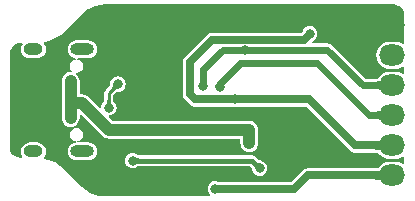
<source format=gbl>
G04*
G04 #@! TF.GenerationSoftware,Altium Limited,Altium Designer,22.1.2 (22)*
G04*
G04 Layer_Physical_Order=2*
G04 Layer_Color=16711680*
%FSLAX44Y44*%
%MOMM*%
G71*
G04*
G04 #@! TF.SameCoordinates,3CBB6683-9870-4264-921C-6CE77DAC6C85*
G04*
G04*
G04 #@! TF.FilePolarity,Positive*
G04*
G01*
G75*
%ADD32C,0.4000*%
%ADD33C,1.0000*%
%ADD34C,0.7000*%
%ADD35C,0.6000*%
%ADD36C,0.2540*%
%ADD37O,2.2000X1.8000*%
%ADD38O,1.6000X1.0000*%
%ADD39O,2.0000X1.0000*%
%ADD40C,0.8000*%
G36*
X87900Y132606D02*
X319233Y132606D01*
X332300D01*
X332369Y132620D01*
X334598Y132326D01*
X336740Y131439D01*
X338578Y130028D01*
X339989Y128189D01*
X340876Y126048D01*
X341170Y123819D01*
X341156Y123750D01*
Y99215D01*
X340017Y98653D01*
X339050Y99395D01*
X336252Y100554D01*
X333250Y100949D01*
X329250D01*
X326248Y100554D01*
X323450Y99395D01*
X321048Y97552D01*
X319205Y95150D01*
X318046Y92352D01*
X317651Y89350D01*
X318046Y86348D01*
X319205Y83550D01*
X321048Y81148D01*
X323450Y79305D01*
X326248Y78146D01*
X329250Y77751D01*
X333250D01*
X336252Y78146D01*
X339050Y79305D01*
X340017Y80047D01*
X341156Y79485D01*
Y73815D01*
X340017Y73253D01*
X339050Y73995D01*
X336252Y75154D01*
X333250Y75549D01*
X329250D01*
X326248Y75154D01*
X323450Y73995D01*
X321048Y72152D01*
X319205Y69750D01*
X319125Y69558D01*
X308373D01*
X280215Y97715D01*
X278396Y98931D01*
X276250Y99358D01*
X263419D01*
X262933Y100531D01*
X264009Y101607D01*
X264528Y101822D01*
X265886Y102864D01*
X266928Y104222D01*
X267583Y105803D01*
X267806Y107500D01*
X267583Y109197D01*
X266928Y110778D01*
X265886Y112136D01*
X264528Y113178D01*
X262947Y113833D01*
X261250Y114056D01*
X259553Y113833D01*
X257972Y113178D01*
X256614Y112136D01*
X255572Y110778D01*
X255357Y110259D01*
X253716Y108617D01*
X178750D01*
X176409Y108152D01*
X174424Y106826D01*
X155674Y88076D01*
X154348Y86091D01*
X153883Y83750D01*
Y56250D01*
X154348Y53909D01*
X155674Y51924D01*
X159862Y47737D01*
X161846Y46411D01*
X164187Y45945D01*
X195939D01*
X196458Y45730D01*
X198155Y45507D01*
X199852Y45730D01*
X200371Y45945D01*
X257903D01*
X295024Y8824D01*
X297009Y7498D01*
X299350Y7032D01*
X319449D01*
X321048Y4948D01*
X323450Y3105D01*
X326248Y1946D01*
X329250Y1551D01*
X333250D01*
X336252Y1946D01*
X339050Y3105D01*
X340017Y3847D01*
X341156Y3285D01*
Y-2385D01*
X340017Y-2947D01*
X339050Y-2205D01*
X336252Y-1046D01*
X333250Y-651D01*
X329250D01*
X326248Y-1046D01*
X323450Y-2205D01*
X321048Y-4048D01*
X319449Y-6132D01*
X259647D01*
X257306Y-6598D01*
X255321Y-7924D01*
X245613Y-17632D01*
X183466D01*
X182947Y-17417D01*
X181250Y-17194D01*
X179553Y-17417D01*
X177972Y-18072D01*
X176614Y-19114D01*
X175572Y-20472D01*
X174917Y-22053D01*
X174694Y-23750D01*
X174917Y-25447D01*
X175572Y-27028D01*
X176614Y-28386D01*
X176940Y-28636D01*
X176509Y-29906D01*
X87700D01*
X87593Y-29927D01*
X83500Y-29605D01*
X79404Y-28622D01*
X75512Y-27010D01*
X71920Y-24809D01*
X68798Y-22142D01*
X68738Y-22052D01*
X54198Y-7512D01*
X54221Y-7489D01*
X50100Y-3970D01*
X45479Y-1138D01*
X40472Y936D01*
X36529Y1883D01*
X36060Y3302D01*
X36801Y4268D01*
X37557Y6092D01*
X37815Y8050D01*
X37557Y10008D01*
X36801Y11832D01*
X35599Y13399D01*
X34032Y14601D01*
X32208Y15357D01*
X30250Y15615D01*
X24250D01*
X22292Y15357D01*
X20468Y14601D01*
X18901Y13399D01*
X17699Y11832D01*
X16943Y10008D01*
X16685Y8050D01*
X16943Y6092D01*
X17699Y4268D01*
X18009Y3864D01*
X17382Y2594D01*
X16250D01*
X16181Y2580D01*
X13952Y2874D01*
X11810Y3761D01*
X9972Y5172D01*
X8561Y7010D01*
X7674Y9152D01*
X7380Y11381D01*
X7394Y11450D01*
Y90245D01*
X7594Y91250D01*
X7594D01*
X7574Y91273D01*
X7874Y93548D01*
X8761Y95689D01*
X10172Y97528D01*
X12011Y98939D01*
X14152Y99826D01*
X16381Y100120D01*
X16450Y100106D01*
X17536D01*
X18162Y98836D01*
X17699Y98232D01*
X16943Y96408D01*
X16685Y94450D01*
X16943Y92492D01*
X17699Y90668D01*
X18901Y89101D01*
X20468Y87899D01*
X22292Y87143D01*
X24250Y86885D01*
X30250D01*
X32208Y87143D01*
X34032Y87899D01*
X35599Y89101D01*
X36801Y90668D01*
X37557Y92492D01*
X37815Y94450D01*
X37557Y96408D01*
X36801Y98232D01*
X35961Y99327D01*
X36318Y100634D01*
X36410Y100741D01*
X40672Y101764D01*
X45679Y103838D01*
X50300Y106670D01*
X54421Y110189D01*
X54398Y110212D01*
X68938Y124752D01*
X68998Y124842D01*
X72120Y127509D01*
X75712Y129710D01*
X79604Y131322D01*
X83700Y132305D01*
X87793Y132627D01*
X87900Y132606D01*
D02*
G37*
G36*
X322594Y57969D02*
X322516Y58536D01*
X322282Y59042D01*
X321892Y59489D01*
X321345Y59877D01*
X320642Y60205D01*
X319784Y60473D01*
X318769Y60682D01*
X317598Y60831D01*
X316270Y60920D01*
X314787Y60950D01*
Y66950D01*
X316270Y66980D01*
X318769Y67218D01*
X319784Y67427D01*
X320642Y67695D01*
X321345Y68023D01*
X321892Y68411D01*
X322282Y68858D01*
X322516Y69364D01*
X322594Y69931D01*
Y57969D01*
D02*
G37*
G36*
Y32569D02*
X322516Y33136D01*
X322282Y33642D01*
X321892Y34090D01*
X321345Y34477D01*
X320642Y34805D01*
X319784Y35073D01*
X318769Y35282D01*
X317598Y35431D01*
X316270Y35520D01*
X314787Y35550D01*
Y41550D01*
X316270Y41580D01*
X318769Y41818D01*
X319784Y42027D01*
X320642Y42295D01*
X321345Y42623D01*
X321892Y43011D01*
X322282Y43458D01*
X322516Y43964D01*
X322594Y44531D01*
Y32569D01*
D02*
G37*
G36*
X323660Y6174D02*
X323563Y6834D01*
X323272Y7425D01*
X322786Y7947D01*
X322107Y8399D01*
X321233Y8781D01*
X320165Y9094D01*
X318902Y9337D01*
X317446Y9511D01*
X315795Y9615D01*
X313950Y9650D01*
Y16650D01*
X315795Y16685D01*
X318902Y16963D01*
X320165Y17206D01*
X321233Y17519D01*
X322107Y17902D01*
X322786Y18354D01*
X323272Y18875D01*
X323563Y19466D01*
X323660Y20127D01*
Y6174D01*
D02*
G37*
G36*
Y-19226D02*
X323563Y-18566D01*
X323272Y-17975D01*
X322786Y-17454D01*
X322107Y-17002D01*
X321233Y-16619D01*
X320165Y-16306D01*
X318902Y-16063D01*
X317446Y-15889D01*
X315795Y-15785D01*
X313950Y-15750D01*
Y-8750D01*
X315795Y-8715D01*
X318902Y-8437D01*
X320165Y-8194D01*
X321233Y-7881D01*
X322107Y-7498D01*
X322786Y-7046D01*
X323272Y-6525D01*
X323563Y-5934D01*
X323660Y-5274D01*
Y-19226D01*
D02*
G37*
%LPC*%
G36*
X73750Y102015D02*
X63750D01*
X61792Y101757D01*
X59968Y101001D01*
X58401Y99799D01*
X57199Y98232D01*
X56443Y96408D01*
X56185Y94450D01*
X56443Y92492D01*
X57199Y90668D01*
X58401Y89101D01*
X59968Y87899D01*
X61792Y87143D01*
X62300Y87076D01*
X63263Y86359D01*
X63263Y86359D01*
X63263D01*
X63286Y85665D01*
X63228Y85654D01*
X61604Y85331D01*
X59785Y84115D01*
X58569Y82296D01*
X58142Y80150D01*
X58569Y78004D01*
X59767Y76212D01*
X59736Y76069D01*
X59279Y74995D01*
X58750Y75065D01*
X56792Y74807D01*
X54968Y74051D01*
X53401Y72849D01*
X52199Y71282D01*
X51443Y69458D01*
X51185Y67500D01*
Y61250D01*
Y48750D01*
Y36250D01*
X51443Y34292D01*
X52199Y32468D01*
X53401Y30901D01*
X54968Y29699D01*
X56792Y28943D01*
X58750Y28685D01*
X60708Y28943D01*
X62532Y29699D01*
X64099Y30901D01*
X65301Y32468D01*
X66057Y34292D01*
X66315Y36250D01*
Y38828D01*
X67488Y39314D01*
X85901Y20901D01*
X87468Y19699D01*
X89292Y18943D01*
X91250Y18685D01*
X202435D01*
Y15000D01*
X202693Y13042D01*
X203449Y11218D01*
X204651Y9651D01*
X206218Y8449D01*
X208042Y7693D01*
X210000Y7435D01*
X211958Y7693D01*
X213782Y8449D01*
X215349Y9651D01*
X216551Y11218D01*
X217307Y13042D01*
X217565Y15000D01*
Y26250D01*
X217307Y28208D01*
X216551Y30032D01*
X215349Y31599D01*
X213782Y32801D01*
X211958Y33557D01*
X210000Y33815D01*
X94383D01*
X91003Y37195D01*
X91118Y37777D01*
X91515Y38479D01*
X92947Y38667D01*
X94528Y39322D01*
X95886Y40364D01*
X96928Y41722D01*
X97583Y43303D01*
X97806Y45000D01*
X97583Y46697D01*
X96928Y48278D01*
X95886Y49636D01*
X95094Y50244D01*
Y55908D01*
X97760Y58574D01*
X98750Y58444D01*
X100447Y58667D01*
X102028Y59322D01*
X103386Y60364D01*
X104428Y61722D01*
X105083Y63303D01*
X105306Y65000D01*
X105083Y66697D01*
X104428Y68278D01*
X103386Y69636D01*
X102028Y70678D01*
X100447Y71333D01*
X98750Y71556D01*
X97053Y71333D01*
X95472Y70678D01*
X94114Y69636D01*
X93072Y68278D01*
X92417Y66697D01*
X92194Y65000D01*
X92324Y64010D01*
X88532Y60218D01*
X87699Y58971D01*
X87406Y57500D01*
X87406Y57500D01*
Y50244D01*
X86614Y49636D01*
X85572Y48278D01*
X84917Y46697D01*
X84729Y45265D01*
X84027Y44868D01*
X83446Y44753D01*
X74099Y54099D01*
X72532Y55301D01*
X70708Y56057D01*
X68750Y56315D01*
X66315D01*
Y67500D01*
X66057Y69458D01*
X65301Y71282D01*
X64099Y72849D01*
X63513Y73299D01*
X63652Y74027D01*
X63932Y74578D01*
X65896Y74969D01*
X67715Y76185D01*
X68931Y78004D01*
X69358Y80150D01*
X68931Y82296D01*
X67715Y84115D01*
X65896Y85331D01*
X64517Y85605D01*
X64466Y85615D01*
X64535Y86317D01*
X65575Y86885D01*
X73750D01*
X75708Y87143D01*
X77532Y87899D01*
X79099Y89101D01*
X80301Y90668D01*
X81057Y92492D01*
X81315Y94450D01*
X81057Y96408D01*
X80301Y98232D01*
X79099Y99799D01*
X77532Y101001D01*
X75708Y101757D01*
X73750Y102015D01*
D02*
G37*
G36*
X63750Y27958D02*
X61604Y27531D01*
X59785Y26315D01*
X58569Y24496D01*
X58142Y22350D01*
X58569Y20204D01*
X59785Y18385D01*
X61604Y17169D01*
X63228Y16846D01*
X63286Y16834D01*
X63263Y16141D01*
X63263D01*
X63263Y16141D01*
X62300Y15424D01*
X61792Y15357D01*
X59968Y14601D01*
X58401Y13399D01*
X57199Y11832D01*
X56443Y10008D01*
X56185Y8050D01*
X56443Y6092D01*
X57199Y4268D01*
X58401Y2701D01*
X59968Y1499D01*
X61792Y743D01*
X63750Y485D01*
X73750D01*
X75708Y743D01*
X77532Y1499D01*
X79099Y2701D01*
X80301Y4268D01*
X81057Y6092D01*
X81315Y8050D01*
X81057Y10008D01*
X80301Y11832D01*
X79099Y13399D01*
X77532Y14601D01*
X75708Y15357D01*
X73750Y15615D01*
X65575D01*
X64535Y16183D01*
X64466Y16885D01*
X64517Y16895D01*
X65896Y17169D01*
X67715Y18385D01*
X68931Y20204D01*
X69358Y22350D01*
X68931Y24496D01*
X67715Y26315D01*
X65896Y27531D01*
X63750Y27958D01*
D02*
G37*
G36*
X111233Y6714D02*
X109536Y6491D01*
X107955Y5836D01*
X106597Y4794D01*
X105555Y3436D01*
X104900Y1855D01*
X104677Y158D01*
X104900Y-1539D01*
X105555Y-3120D01*
X106597Y-4478D01*
X107955Y-5520D01*
X109536Y-6175D01*
X111233Y-6398D01*
X112930Y-6175D01*
X114511Y-5520D01*
X115869Y-4478D01*
X115905Y-4430D01*
X210441D01*
X212202Y-6190D01*
X212194Y-6250D01*
X212417Y-7947D01*
X213072Y-9528D01*
X214114Y-10886D01*
X215472Y-11928D01*
X217053Y-12583D01*
X218750Y-12806D01*
X220447Y-12583D01*
X222028Y-11928D01*
X223386Y-10886D01*
X224428Y-9528D01*
X225083Y-7947D01*
X225306Y-6250D01*
X225083Y-4553D01*
X224428Y-2972D01*
X223386Y-1614D01*
X222028Y-572D01*
X220447Y83D01*
X218750Y306D01*
X218690Y298D01*
X215586Y3402D01*
X214098Y4397D01*
X212342Y4746D01*
X115905D01*
X115869Y4794D01*
X114511Y5836D01*
X112930Y6491D01*
X111233Y6714D01*
D02*
G37*
%LPD*%
G36*
X98710Y61000D02*
X98290Y60991D01*
X97887Y60956D01*
X97500Y60894D01*
X97131Y60806D01*
X96779Y60692D01*
X96443Y60551D01*
X96124Y60383D01*
X95822Y60189D01*
X95537Y59969D01*
X95269Y59723D01*
X93473Y61519D01*
X93719Y61787D01*
X93940Y62072D01*
X94133Y62374D01*
X94301Y62693D01*
X94442Y63029D01*
X94556Y63381D01*
X94644Y63751D01*
X94706Y64137D01*
X94741Y64540D01*
X94750Y64960D01*
X98710Y61000D01*
D02*
G37*
G36*
X92535Y50829D02*
X92581Y50472D01*
X92658Y50121D01*
X92765Y49777D01*
X92902Y49440D01*
X93071Y49110D01*
X93270Y48787D01*
X93499Y48470D01*
X93759Y48160D01*
X94050Y47857D01*
X88450D01*
X88741Y48160D01*
X89001Y48470D01*
X89230Y48787D01*
X89429Y49110D01*
X89598Y49440D01*
X89735Y49777D01*
X89842Y50121D01*
X89919Y50472D01*
X89965Y50829D01*
X89980Y51193D01*
X92520D01*
X92535Y50829D01*
D02*
G37*
G36*
X114261Y2806D02*
X114461Y2670D01*
X114690Y2550D01*
X114947Y2446D01*
X115233Y2358D01*
X115549Y2286D01*
X115892Y2230D01*
X116265Y2190D01*
X117097Y2158D01*
Y-1842D01*
X116667Y-1850D01*
X115892Y-1914D01*
X115549Y-1970D01*
X115233Y-2042D01*
X114947Y-2130D01*
X114690Y-2234D01*
X114461Y-2354D01*
X114261Y-2490D01*
X114089Y-2642D01*
Y2958D01*
X114261Y2806D01*
D02*
G37*
G36*
X216328Y-988D02*
X216920Y-1490D01*
X217203Y-1694D01*
X217477Y-1866D01*
X217742Y-2006D01*
X217997Y-2114D01*
X218244Y-2191D01*
X218481Y-2237D01*
X218710Y-2250D01*
X214750Y-6210D01*
X214737Y-5982D01*
X214691Y-5744D01*
X214614Y-5497D01*
X214506Y-5242D01*
X214366Y-4977D01*
X214194Y-4703D01*
X213990Y-4420D01*
X213755Y-4128D01*
X213189Y-3518D01*
X216018Y-689D01*
X216328Y-988D01*
D02*
G37*
D32*
X212342Y158D02*
X218750Y-6250D01*
X111233Y158D02*
X212342D01*
X218750Y-6250D02*
X218750D01*
D33*
X58750Y66250D02*
Y67500D01*
Y55000D02*
Y56250D01*
Y46250D02*
Y48750D01*
Y58750D02*
Y61250D01*
X91250Y26250D02*
X210000D01*
Y18750D02*
Y26250D01*
Y15000D02*
Y18750D01*
X58750Y48750D02*
X68750D01*
X58750Y61250D02*
Y67500D01*
Y55000D02*
Y61250D01*
Y48750D02*
Y55000D01*
Y42500D02*
Y48750D01*
Y36250D02*
Y42500D01*
X68750Y48750D02*
X91250Y26250D01*
D34*
X256250Y102500D02*
X261250Y107500D01*
X178750Y102500D02*
X256250D01*
X160000Y83750D02*
X178750Y102500D01*
X160000Y56250D02*
X164187Y52063D01*
X160000Y56250D02*
Y83750D01*
X164187Y52063D02*
X198155D01*
X260437D02*
X299350Y13150D01*
X198155Y52063D02*
X260437D01*
X299350Y13150D02*
X331250D01*
X259647Y-12250D02*
X331250D01*
X248147Y-23750D02*
X259647Y-12250D01*
X181250Y-23750D02*
X248147D01*
D35*
X171250Y63750D02*
Y77500D01*
X187500Y93750D01*
X206250D02*
X276250D01*
X187500D02*
X206250D01*
X183750Y63750D02*
X202515Y82515D01*
X204985D02*
X205000Y82500D01*
X202515Y82515D02*
X204985D01*
X205000Y82500D02*
X267500D01*
X311450Y38550D02*
X331250D01*
X267500Y82500D02*
X311450Y38550D01*
X276250Y93750D02*
X306050Y63950D01*
X331250D01*
D36*
X91250Y45000D02*
Y57500D01*
X98750Y65000D01*
D37*
X331250Y-12250D02*
D03*
Y13150D02*
D03*
Y38550D02*
D03*
Y63950D02*
D03*
Y89350D02*
D03*
Y114750D02*
D03*
D38*
X27250Y94450D02*
D03*
Y8050D02*
D03*
D39*
X68750Y94450D02*
D03*
Y8050D02*
D03*
D40*
X58750Y66250D02*
D03*
Y56250D02*
D03*
Y46250D02*
D03*
X287500Y122500D02*
D03*
X272500Y111250D02*
D03*
X172500D02*
D03*
X152500D02*
D03*
X132500D02*
D03*
X142500Y51250D02*
D03*
X112500Y111250D02*
D03*
X122500Y91250D02*
D03*
X102500D02*
D03*
X72500Y111250D02*
D03*
Y-8750D02*
D03*
X42500Y91250D02*
D03*
X32500Y71250D02*
D03*
X42500Y51250D02*
D03*
X32500Y31250D02*
D03*
X42500Y11250D02*
D03*
X12500Y71250D02*
D03*
X22500Y51250D02*
D03*
X12500Y31250D02*
D03*
X210000Y18750D02*
D03*
X261250Y107500D02*
D03*
X171250Y63750D02*
D03*
X210000Y26250D02*
D03*
X58750Y36250D02*
D03*
X181250Y-23750D02*
D03*
X206250Y93750D02*
D03*
X185000Y62500D02*
D03*
X218750Y-6250D02*
D03*
X198155Y52063D02*
D03*
X111233Y158D02*
D03*
X98750Y65000D02*
D03*
X91250Y45000D02*
D03*
M02*

</source>
